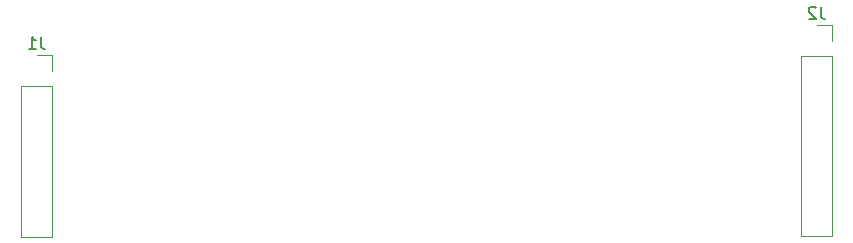
<source format=gbo>
%TF.GenerationSoftware,KiCad,Pcbnew,(6.0.9)*%
%TF.CreationDate,2025-05-26T15:32:57-04:00*%
%TF.ProjectId,Seven Segment Display,53657665-6e20-4536-9567-6d656e742044,1*%
%TF.SameCoordinates,Original*%
%TF.FileFunction,Legend,Bot*%
%TF.FilePolarity,Positive*%
%FSLAX46Y46*%
G04 Gerber Fmt 4.6, Leading zero omitted, Abs format (unit mm)*
G04 Created by KiCad (PCBNEW (6.0.9)) date 2025-05-26 15:32:57*
%MOMM*%
%LPD*%
G01*
G04 APERTURE LIST*
%ADD10C,0.150000*%
%ADD11C,0.120000*%
%ADD12R,1.600000X1.600000*%
%ADD13O,1.600000X1.600000*%
%ADD14C,1.400000*%
%ADD15O,1.400000X1.400000*%
%ADD16R,1.800000X1.800000*%
%ADD17C,1.800000*%
%ADD18R,1.700000X1.700000*%
%ADD19O,1.700000X1.700000*%
G04 APERTURE END LIST*
D10*
%TO.C,J1*%
X53673333Y-77132380D02*
X53673333Y-77846666D01*
X53720952Y-77989523D01*
X53816190Y-78084761D01*
X53959047Y-78132380D01*
X54054285Y-78132380D01*
X52673333Y-78132380D02*
X53244761Y-78132380D01*
X52959047Y-78132380D02*
X52959047Y-77132380D01*
X53054285Y-77275238D01*
X53149523Y-77370476D01*
X53244761Y-77418095D01*
%TO.C,J2*%
X119713333Y-74587380D02*
X119713333Y-75301666D01*
X119760952Y-75444523D01*
X119856190Y-75539761D01*
X119999047Y-75587380D01*
X120094285Y-75587380D01*
X119284761Y-74682619D02*
X119237142Y-74635000D01*
X119141904Y-74587380D01*
X118903809Y-74587380D01*
X118808571Y-74635000D01*
X118760952Y-74682619D01*
X118713333Y-74777857D01*
X118713333Y-74873095D01*
X118760952Y-75015952D01*
X119332380Y-75587380D01*
X118713333Y-75587380D01*
D11*
%TO.C,J1*%
X54670000Y-94040000D02*
X52010000Y-94040000D01*
X52010000Y-81280000D02*
X52010000Y-94040000D01*
X54670000Y-78680000D02*
X53340000Y-78680000D01*
X54670000Y-81280000D02*
X52010000Y-81280000D01*
X54670000Y-81280000D02*
X54670000Y-94040000D01*
X54670000Y-80010000D02*
X54670000Y-78680000D01*
%TO.C,J2*%
X120710000Y-76135000D02*
X119380000Y-76135000D01*
X120710000Y-78735000D02*
X118050000Y-78735000D01*
X118050000Y-78735000D02*
X118050000Y-94035000D01*
X120710000Y-77465000D02*
X120710000Y-76135000D01*
X120710000Y-94035000D02*
X118050000Y-94035000D01*
X120710000Y-78735000D02*
X120710000Y-94035000D01*
%TD*%
%LPC*%
D12*
%TO.C,U19*%
X76210000Y-88895000D03*
D13*
X76210000Y-91435000D03*
X76210000Y-93975000D03*
X76210000Y-96515000D03*
X76210000Y-99055000D03*
X76210000Y-101595000D03*
X76210000Y-104135000D03*
X83830000Y-104135000D03*
X83830000Y-101595000D03*
X83830000Y-99055000D03*
X83830000Y-96515000D03*
X83830000Y-93975000D03*
X83830000Y-91435000D03*
X83830000Y-88895000D03*
%TD*%
D12*
%TO.C,U18*%
X104150000Y-110485000D03*
D13*
X104150000Y-113025000D03*
X104150000Y-115565000D03*
X104150000Y-118105000D03*
X104150000Y-120645000D03*
X104150000Y-123185000D03*
X104150000Y-125725000D03*
X111770000Y-125725000D03*
X111770000Y-123185000D03*
X111770000Y-120645000D03*
X111770000Y-118105000D03*
X111770000Y-115565000D03*
X111770000Y-113025000D03*
X111770000Y-110485000D03*
%TD*%
D12*
%TO.C,U17*%
X90180000Y-67305000D03*
D13*
X90180000Y-69845000D03*
X90180000Y-72385000D03*
X90180000Y-74925000D03*
X90180000Y-77465000D03*
X90180000Y-80005000D03*
X90180000Y-82545000D03*
X97800000Y-82545000D03*
X97800000Y-80005000D03*
X97800000Y-77465000D03*
X97800000Y-74925000D03*
X97800000Y-72385000D03*
X97800000Y-69845000D03*
X97800000Y-67305000D03*
%TD*%
D12*
%TO.C,U16*%
X104150000Y-88895000D03*
D13*
X104150000Y-91435000D03*
X104150000Y-93975000D03*
X104150000Y-96515000D03*
X104150000Y-99055000D03*
X104150000Y-101595000D03*
X104150000Y-104135000D03*
X111770000Y-104135000D03*
X111770000Y-101595000D03*
X111770000Y-99055000D03*
X111770000Y-96515000D03*
X111770000Y-93975000D03*
X111770000Y-91435000D03*
X111770000Y-88895000D03*
%TD*%
D12*
%TO.C,U15*%
X104150000Y-67305000D03*
D13*
X104150000Y-69845000D03*
X104150000Y-72385000D03*
X104150000Y-74925000D03*
X104150000Y-77465000D03*
X104150000Y-80005000D03*
X104150000Y-82545000D03*
X111770000Y-82545000D03*
X111770000Y-80005000D03*
X111770000Y-77465000D03*
X111770000Y-74925000D03*
X111770000Y-72385000D03*
X111770000Y-69845000D03*
X111770000Y-67305000D03*
%TD*%
D12*
%TO.C,U14*%
X76210000Y-67305000D03*
D13*
X76210000Y-69845000D03*
X76210000Y-72385000D03*
X76210000Y-74925000D03*
X76210000Y-77465000D03*
X76210000Y-80005000D03*
X76210000Y-82545000D03*
X83830000Y-82545000D03*
X83830000Y-80005000D03*
X83830000Y-77465000D03*
X83830000Y-74925000D03*
X83830000Y-72385000D03*
X83830000Y-69845000D03*
X83830000Y-67305000D03*
%TD*%
D12*
%TO.C,U13*%
X62240000Y-67305000D03*
D13*
X62240000Y-69845000D03*
X62240000Y-72385000D03*
X62240000Y-74925000D03*
X62240000Y-77465000D03*
X62240000Y-80005000D03*
X62240000Y-82545000D03*
X69860000Y-82545000D03*
X69860000Y-80005000D03*
X69860000Y-77465000D03*
X69860000Y-74925000D03*
X69860000Y-72385000D03*
X69860000Y-69845000D03*
X69860000Y-67305000D03*
%TD*%
D12*
%TO.C,U12*%
X62240000Y-88895000D03*
D13*
X62240000Y-91435000D03*
X62240000Y-93975000D03*
X62240000Y-96515000D03*
X62240000Y-99055000D03*
X62240000Y-101595000D03*
X62240000Y-104135000D03*
X69860000Y-104135000D03*
X69860000Y-101595000D03*
X69860000Y-99055000D03*
X69860000Y-96515000D03*
X69860000Y-93975000D03*
X69860000Y-91435000D03*
X69860000Y-88895000D03*
%TD*%
D12*
%TO.C,U11*%
X90180000Y-110485000D03*
D13*
X90180000Y-113025000D03*
X90180000Y-115565000D03*
X90180000Y-118105000D03*
X90180000Y-120645000D03*
X90180000Y-123185000D03*
X90180000Y-125725000D03*
X97800000Y-125725000D03*
X97800000Y-123185000D03*
X97800000Y-120645000D03*
X97800000Y-118105000D03*
X97800000Y-115565000D03*
X97800000Y-113025000D03*
X97800000Y-110485000D03*
%TD*%
D12*
%TO.C,U10*%
X76210000Y-110485000D03*
D13*
X76210000Y-113025000D03*
X76210000Y-115565000D03*
X76210000Y-118105000D03*
X76210000Y-120645000D03*
X76210000Y-123185000D03*
X76210000Y-125725000D03*
X83830000Y-125725000D03*
X83830000Y-123185000D03*
X83830000Y-120645000D03*
X83830000Y-118105000D03*
X83830000Y-115565000D03*
X83830000Y-113025000D03*
X83830000Y-110485000D03*
%TD*%
D12*
%TO.C,U9*%
X62240000Y-110485000D03*
D13*
X62240000Y-113025000D03*
X62240000Y-115565000D03*
X62240000Y-118105000D03*
X62240000Y-120645000D03*
X62240000Y-123185000D03*
X62240000Y-125725000D03*
X69860000Y-125725000D03*
X69860000Y-123185000D03*
X69860000Y-120645000D03*
X69860000Y-118105000D03*
X69860000Y-115565000D03*
X69860000Y-113025000D03*
X69860000Y-110485000D03*
%TD*%
D12*
%TO.C,U8*%
X90180000Y-88895000D03*
D13*
X90180000Y-91435000D03*
X90180000Y-93975000D03*
X90180000Y-96515000D03*
X90180000Y-99055000D03*
X90180000Y-101595000D03*
X90180000Y-104135000D03*
X97800000Y-104135000D03*
X97800000Y-101595000D03*
X97800000Y-99055000D03*
X97800000Y-96515000D03*
X97800000Y-93975000D03*
X97800000Y-91435000D03*
X97800000Y-88895000D03*
%TD*%
D12*
%TO.C,U7*%
X104140000Y-46985000D03*
D13*
X104140000Y-49525000D03*
X104140000Y-52065000D03*
X104140000Y-54605000D03*
X104140000Y-57145000D03*
X104140000Y-59685000D03*
X104140000Y-62225000D03*
X111760000Y-62225000D03*
X111760000Y-59685000D03*
X111760000Y-57145000D03*
X111760000Y-54605000D03*
X111760000Y-52065000D03*
X111760000Y-49525000D03*
X111760000Y-46985000D03*
%TD*%
D12*
%TO.C,U6*%
X76210000Y-46985000D03*
D13*
X76210000Y-49525000D03*
X76210000Y-52065000D03*
X76210000Y-54605000D03*
X76210000Y-57145000D03*
X76210000Y-59685000D03*
X76210000Y-62225000D03*
X83830000Y-62225000D03*
X83830000Y-59685000D03*
X83830000Y-57145000D03*
X83830000Y-54605000D03*
X83830000Y-52065000D03*
X83830000Y-49525000D03*
X83830000Y-46985000D03*
%TD*%
D12*
%TO.C,U1*%
X90180000Y-46985000D03*
D13*
X90180000Y-49525000D03*
X90180000Y-52065000D03*
X90180000Y-54605000D03*
X90180000Y-57145000D03*
X90180000Y-59685000D03*
X90180000Y-62225000D03*
X97800000Y-62225000D03*
X97800000Y-59685000D03*
X97800000Y-57145000D03*
X97800000Y-54605000D03*
X97800000Y-52065000D03*
X97800000Y-49525000D03*
X97800000Y-46985000D03*
%TD*%
D12*
%TO.C,U5*%
X62240000Y-46985000D03*
D13*
X62240000Y-49525000D03*
X62240000Y-52065000D03*
X62240000Y-54605000D03*
X62240000Y-57145000D03*
X62240000Y-59685000D03*
X62240000Y-62225000D03*
X69860000Y-62225000D03*
X69860000Y-59685000D03*
X69860000Y-57145000D03*
X69860000Y-54605000D03*
X69860000Y-52065000D03*
X69860000Y-49525000D03*
X69860000Y-46985000D03*
%TD*%
D14*
%TO.C,R1*%
X55810000Y-61620000D03*
D15*
X55810000Y-66700000D03*
%TD*%
D16*
%TO.C,D1*%
X55880000Y-69850000D03*
D17*
X55880000Y-72390000D03*
%TD*%
D18*
%TO.C,J1*%
X53340000Y-80010000D03*
D19*
X53340000Y-82550000D03*
X53340000Y-85090000D03*
X53340000Y-87630000D03*
X53340000Y-90170000D03*
X53340000Y-92710000D03*
%TD*%
%TO.C,J2*%
X119380000Y-92705000D03*
X119380000Y-90165000D03*
X119380000Y-87625000D03*
X119380000Y-85085000D03*
X119380000Y-82545000D03*
X119380000Y-80005000D03*
D18*
X119380000Y-77465000D03*
%TD*%
M02*

</source>
